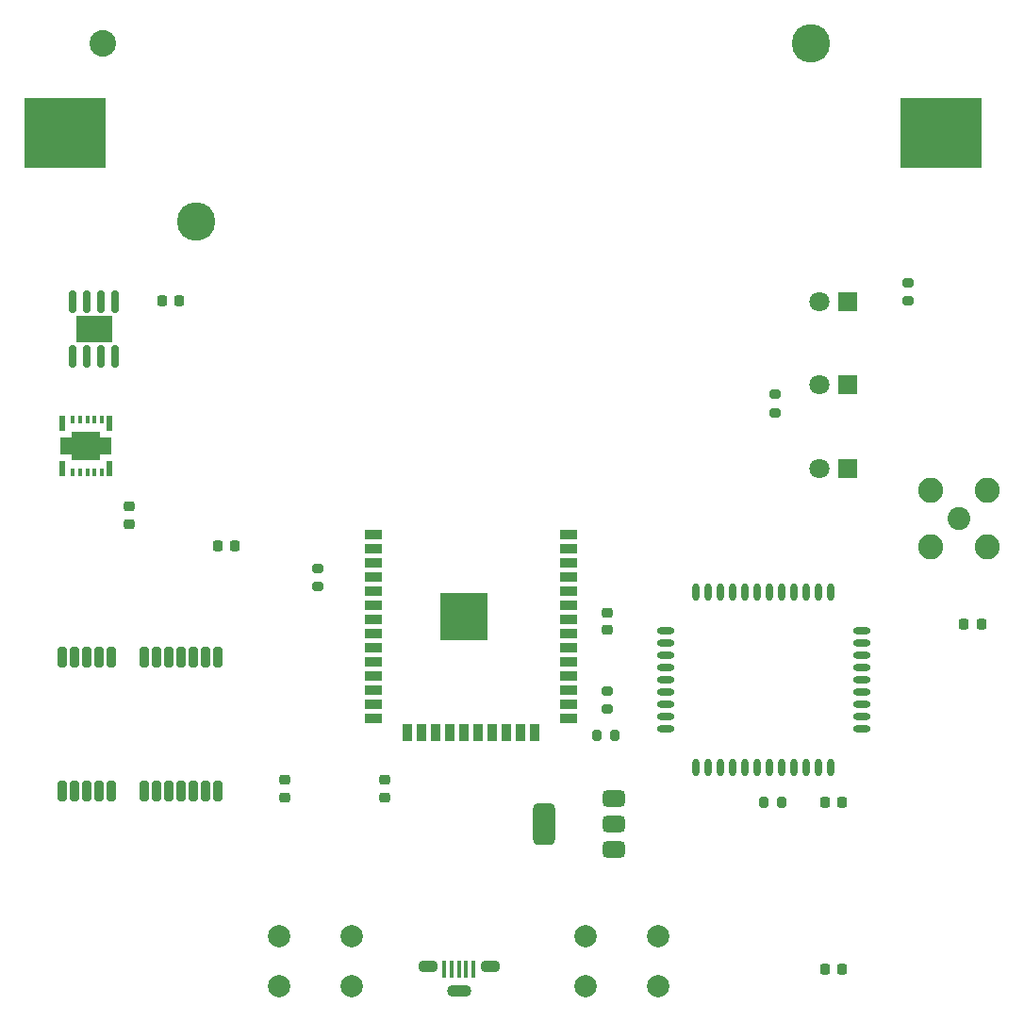
<source format=gbr>
%TF.GenerationSoftware,KiCad,Pcbnew,9.0.0*%
%TF.CreationDate,2025-07-02T16:13:02+05:30*%
%TF.ProjectId,ESP32 GPS + GSM Tracker,45535033-3220-4475-9053-202b2047534d,rev?*%
%TF.SameCoordinates,Original*%
%TF.FileFunction,Soldermask,Top*%
%TF.FilePolarity,Negative*%
%FSLAX46Y46*%
G04 Gerber Fmt 4.6, Leading zero omitted, Abs format (unit mm)*
G04 Created by KiCad (PCBNEW 9.0.0) date 2025-07-02 16:13:02*
%MOMM*%
%LPD*%
G01*
G04 APERTURE LIST*
G04 Aperture macros list*
%AMRoundRect*
0 Rectangle with rounded corners*
0 $1 Rounding radius*
0 $2 $3 $4 $5 $6 $7 $8 $9 X,Y pos of 4 corners*
0 Add a 4 corners polygon primitive as box body*
4,1,4,$2,$3,$4,$5,$6,$7,$8,$9,$2,$3,0*
0 Add four circle primitives for the rounded corners*
1,1,$1+$1,$2,$3*
1,1,$1+$1,$4,$5*
1,1,$1+$1,$6,$7*
1,1,$1+$1,$8,$9*
0 Add four rect primitives between the rounded corners*
20,1,$1+$1,$2,$3,$4,$5,0*
20,1,$1+$1,$4,$5,$6,$7,0*
20,1,$1+$1,$6,$7,$8,$9,0*
20,1,$1+$1,$8,$9,$2,$3,0*%
%AMFreePoly0*
4,1,13,0.750000,1.250000,1.250000,1.250000,1.250000,-1.250000,0.750000,-1.250000,0.750000,-2.300000,-0.750000,-2.300000,-0.750000,-1.250000,-1.250000,-1.250000,-1.250000,1.250000,-0.750000,1.250000,-0.750000,2.300000,0.750000,2.300000,0.750000,1.250000,0.750000,1.250000,$1*%
G04 Aperture macros list end*
%ADD10R,1.800000X1.800000*%
%ADD11C,1.800000*%
%ADD12C,2.000000*%
%ADD13C,2.390000*%
%ADD14C,3.450000*%
%ADD15R,7.340000X6.350000*%
%ADD16R,1.500000X0.900000*%
%ADD17R,0.900000X1.500000*%
%ADD18C,0.600000*%
%ADD19R,4.200000X4.200000*%
%ADD20O,0.600000X1.600000*%
%ADD21O,1.600000X0.600000*%
%ADD22RoundRect,0.200000X-0.200000X0.700000X-0.200000X-0.700000X0.200000X-0.700000X0.200000X0.700000X0*%
%ADD23RoundRect,0.200000X0.275000X-0.200000X0.275000X0.200000X-0.275000X0.200000X-0.275000X-0.200000X0*%
%ADD24RoundRect,0.225000X-0.225000X-0.250000X0.225000X-0.250000X0.225000X0.250000X-0.225000X0.250000X0*%
%ADD25RoundRect,0.050000X0.200000X-0.650000X0.200000X0.650000X-0.200000X0.650000X-0.200000X-0.650000X0*%
%ADD26RoundRect,0.050050X0.124950X-0.299950X0.124950X0.299950X-0.124950X0.299950X-0.124950X-0.299950X0*%
%ADD27C,0.500000*%
%ADD28FreePoly0,90.000000*%
%ADD29RoundRect,0.225000X-0.250000X0.225000X-0.250000X-0.225000X0.250000X-0.225000X0.250000X0.225000X0*%
%ADD30RoundRect,0.225000X0.225000X0.250000X-0.225000X0.250000X-0.225000X-0.250000X0.225000X-0.250000X0*%
%ADD31RoundRect,0.200000X-0.200000X-0.275000X0.200000X-0.275000X0.200000X0.275000X-0.200000X0.275000X0*%
%ADD32R,0.450000X1.500000*%
%ADD33O,1.800000X1.100000*%
%ADD34O,2.200000X1.100000*%
%ADD35RoundRect,0.225000X0.250000X-0.225000X0.250000X0.225000X-0.250000X0.225000X-0.250000X-0.225000X0*%
%ADD36RoundRect,0.150000X0.150000X-0.825000X0.150000X0.825000X-0.150000X0.825000X-0.150000X-0.825000X0*%
%ADD37R,3.300000X2.410000*%
%ADD38C,2.050000*%
%ADD39C,2.250000*%
%ADD40RoundRect,0.375000X0.625000X0.375000X-0.625000X0.375000X-0.625000X-0.375000X0.625000X-0.375000X0*%
%ADD41RoundRect,0.500000X0.500000X1.400000X-0.500000X1.400000X-0.500000X-1.400000X0.500000X-1.400000X0*%
G04 APERTURE END LIST*
D10*
%TO.C,D2*%
X150540000Y-74530000D03*
D11*
X148000000Y-74530000D03*
%TD*%
D12*
%TO.C,SW2*%
X127000000Y-124000000D03*
X133500000Y-124000000D03*
X127000000Y-128500000D03*
X133500000Y-128500000D03*
%TD*%
D13*
%TO.C,BT1*%
X83700000Y-43865000D03*
D14*
X92030000Y-59865000D03*
X147230000Y-43865000D03*
D15*
X80300000Y-51865000D03*
X158960000Y-51865000D03*
%TD*%
D16*
%TO.C,U1*%
X108000000Y-88000000D03*
X108000000Y-89270000D03*
X108000000Y-90540000D03*
X108000000Y-91810000D03*
X108000000Y-93080000D03*
X108000000Y-94350000D03*
X108000000Y-95620000D03*
X108000000Y-96890000D03*
X108000000Y-98160000D03*
X108000000Y-99430000D03*
X108000000Y-100700000D03*
X108000000Y-101970000D03*
X108000000Y-103240000D03*
X108000000Y-104510000D03*
D17*
X111040000Y-105760000D03*
X112310000Y-105760000D03*
X113580000Y-105760000D03*
X114850000Y-105760000D03*
X116120000Y-105760000D03*
X117390000Y-105760000D03*
X118660000Y-105760000D03*
X119930000Y-105760000D03*
X121200000Y-105760000D03*
X122470000Y-105760000D03*
D16*
X125500000Y-104510000D03*
X125500000Y-103240000D03*
X125500000Y-101970000D03*
X125500000Y-100700000D03*
X125500000Y-99430000D03*
X125500000Y-98160000D03*
X125500000Y-96890000D03*
X125500000Y-95620000D03*
X125500000Y-94350000D03*
X125500000Y-93080000D03*
X125500000Y-91810000D03*
X125500000Y-90540000D03*
X125500000Y-89270000D03*
X125500000Y-88000000D03*
D18*
X114545000Y-94577500D03*
X114545000Y-96102500D03*
X115307500Y-93815000D03*
X115307500Y-95340000D03*
X115307500Y-96865000D03*
X116070000Y-94577500D03*
D19*
X116070000Y-95340000D03*
D18*
X116070000Y-96102500D03*
X116832500Y-93815000D03*
X116832500Y-95340000D03*
X116832500Y-96865000D03*
X117595000Y-94577500D03*
X117595000Y-96102500D03*
%TD*%
D20*
%TO.C,U2*%
X136950000Y-108850000D03*
X138050000Y-108850000D03*
X139150000Y-108850000D03*
X140250000Y-108850000D03*
X141350000Y-108850000D03*
X142450000Y-108850000D03*
X143550000Y-108850000D03*
X144650000Y-108850000D03*
X145750000Y-108850000D03*
X146850000Y-108850000D03*
X147950000Y-108850000D03*
X149050000Y-108850000D03*
D21*
X151800000Y-105400000D03*
X151800000Y-104300000D03*
X151800000Y-103200000D03*
X151800000Y-102100000D03*
X151800000Y-101000000D03*
X151800000Y-99900000D03*
X151800000Y-98800000D03*
X151800000Y-97700000D03*
X151800000Y-96600000D03*
D20*
X149050000Y-93150000D03*
X147950000Y-93150000D03*
X146850000Y-93150000D03*
X145750000Y-93150000D03*
X144650000Y-93150000D03*
X143550000Y-93150000D03*
X142450000Y-93150000D03*
X141350000Y-93150000D03*
X140250000Y-93150000D03*
X139150000Y-93150000D03*
X138050000Y-93150000D03*
X136950000Y-93150000D03*
D21*
X134200000Y-96600000D03*
X134200000Y-97700000D03*
X134200000Y-98800000D03*
X134200000Y-99900000D03*
X134200000Y-101000000D03*
X134200000Y-102100000D03*
X134200000Y-103200000D03*
X134200000Y-104300000D03*
X134200000Y-105400000D03*
%TD*%
D22*
%TO.C,U3*%
X94000000Y-99000000D03*
X92900000Y-99000000D03*
X91800000Y-99000000D03*
X90700000Y-99000000D03*
X89600000Y-99000000D03*
X88500000Y-99000000D03*
X87400000Y-99000000D03*
X84400000Y-99000000D03*
X83300000Y-99000000D03*
X82200000Y-99000000D03*
X81100000Y-99000000D03*
X80000000Y-99000000D03*
X80000000Y-111000000D03*
X81100000Y-111000000D03*
X82200000Y-111000000D03*
X83300000Y-111000000D03*
X84400000Y-111000000D03*
X87400000Y-111000000D03*
X88500000Y-111000000D03*
X89600000Y-111000000D03*
X90700000Y-111000000D03*
X91800000Y-111000000D03*
X92900000Y-111000000D03*
X94000000Y-111000000D03*
%TD*%
D23*
%TO.C,R6*%
X144000000Y-77000000D03*
X144000000Y-75350000D03*
%TD*%
%TO.C,R3*%
X103000000Y-92650000D03*
X103000000Y-91000000D03*
%TD*%
D24*
%TO.C,C6*%
X148530000Y-127000000D03*
X150080000Y-127000000D03*
%TD*%
D25*
%TO.C,U7*%
X80000000Y-82000000D03*
D26*
X80975000Y-82350000D03*
X81625000Y-82350000D03*
X82275000Y-82350000D03*
X82925000Y-82350000D03*
X83575000Y-82350000D03*
D25*
X84300000Y-82000000D03*
X84300000Y-78000000D03*
D26*
X83575000Y-77650000D03*
X82925000Y-77650000D03*
X82275000Y-77650000D03*
X81625000Y-77650000D03*
X80975000Y-77650000D03*
D25*
X80000000Y-78000000D03*
D27*
X81195000Y-80950000D03*
X82145000Y-80950000D03*
X83095000Y-80950000D03*
X80245000Y-80000000D03*
X81195000Y-80000000D03*
X82145000Y-80000000D03*
D28*
X82145000Y-80000000D03*
D27*
X83095000Y-80000000D03*
X84045000Y-80000000D03*
X81195000Y-79050000D03*
X82145000Y-79050000D03*
X83095000Y-79050000D03*
%TD*%
D23*
%TO.C,R4*%
X129000000Y-103650000D03*
X129000000Y-102000000D03*
%TD*%
D29*
%TO.C,C2*%
X86000000Y-85450000D03*
X86000000Y-87000000D03*
%TD*%
D30*
%TO.C,C7*%
X162550000Y-96000000D03*
X161000000Y-96000000D03*
%TD*%
D12*
%TO.C,SW3*%
X99500000Y-124050000D03*
X106000000Y-124050000D03*
X99500000Y-128550000D03*
X106000000Y-128550000D03*
%TD*%
D24*
%TO.C,C8*%
X89000000Y-67000000D03*
X90550000Y-67000000D03*
%TD*%
D31*
%TO.C,R2*%
X143000000Y-112000000D03*
X144650000Y-112000000D03*
%TD*%
D24*
%TO.C,C4*%
X148530000Y-112000000D03*
X150080000Y-112000000D03*
%TD*%
D10*
%TO.C,D3*%
X150540000Y-67060000D03*
D11*
X148000000Y-67060000D03*
%TD*%
D32*
%TO.C,J1*%
X114350000Y-127000000D03*
X115000000Y-127000000D03*
X115650000Y-127000000D03*
X116300000Y-127000000D03*
X116950000Y-127000000D03*
D33*
X112850000Y-126750000D03*
D34*
X115650000Y-128900000D03*
D33*
X118450000Y-126750000D03*
%TD*%
D31*
%TO.C,R1*%
X128000000Y-106000000D03*
X129650000Y-106000000D03*
%TD*%
D10*
%TO.C,D1*%
X150540000Y-82000000D03*
D11*
X148000000Y-82000000D03*
%TD*%
D35*
%TO.C,C3*%
X109000000Y-111550000D03*
X109000000Y-110000000D03*
%TD*%
D24*
%TO.C,C1*%
X94000000Y-89000000D03*
X95550000Y-89000000D03*
%TD*%
D36*
%TO.C,U4*%
X81000000Y-72000000D03*
X82270000Y-72000000D03*
X83540000Y-72000000D03*
X84810000Y-72000000D03*
X84810000Y-67050000D03*
X83540000Y-67050000D03*
X82270000Y-67050000D03*
X81000000Y-67050000D03*
D37*
X82905000Y-69525000D03*
%TD*%
D29*
%TO.C,C5*%
X100000000Y-110000000D03*
X100000000Y-111550000D03*
%TD*%
D35*
%TO.C,C9*%
X129000000Y-96550000D03*
X129000000Y-95000000D03*
%TD*%
D38*
%TO.C,J2*%
X160540000Y-86540000D03*
D39*
X163080000Y-84000000D03*
X158000000Y-84000000D03*
X163080000Y-89080000D03*
X158000000Y-89080000D03*
%TD*%
D40*
%TO.C,U5*%
X129580000Y-116275000D03*
X129580000Y-113975000D03*
D41*
X123280000Y-113975000D03*
D40*
X129580000Y-111675000D03*
%TD*%
D23*
%TO.C,R5*%
X156000000Y-67000000D03*
X156000000Y-65350000D03*
%TD*%
M02*

</source>
